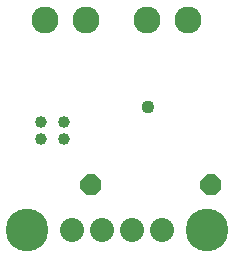
<source format=gbr>
G04 EAGLE Gerber RS-274X export*
G75*
%MOMM*%
%FSLAX34Y34*%
%LPD*%
%INSoldermask Bottom*%
%IPPOS*%
%AMOC8*
5,1,8,0,0,1.08239X$1,22.5*%
G01*
%ADD10C,1.009600*%
%ADD11P,1.924489X8X202.500000*%
%ADD12C,2.286000*%
%ADD13C,3.617600*%
%ADD14C,2.032000*%
%ADD15C,1.108000*%


D10*
X36990Y116720D03*
X36990Y101720D03*
X56990Y101720D03*
X56990Y116720D03*
D11*
X181610Y63500D03*
X80010Y63500D03*
D12*
X40420Y203200D03*
X75420Y203200D03*
X126780Y203200D03*
X161780Y203200D03*
D13*
X25400Y25400D03*
X177800Y25400D03*
D14*
X139700Y25400D03*
X114300Y25400D03*
X88900Y25400D03*
X63500Y25400D03*
D15*
X128270Y129540D03*
M02*

</source>
